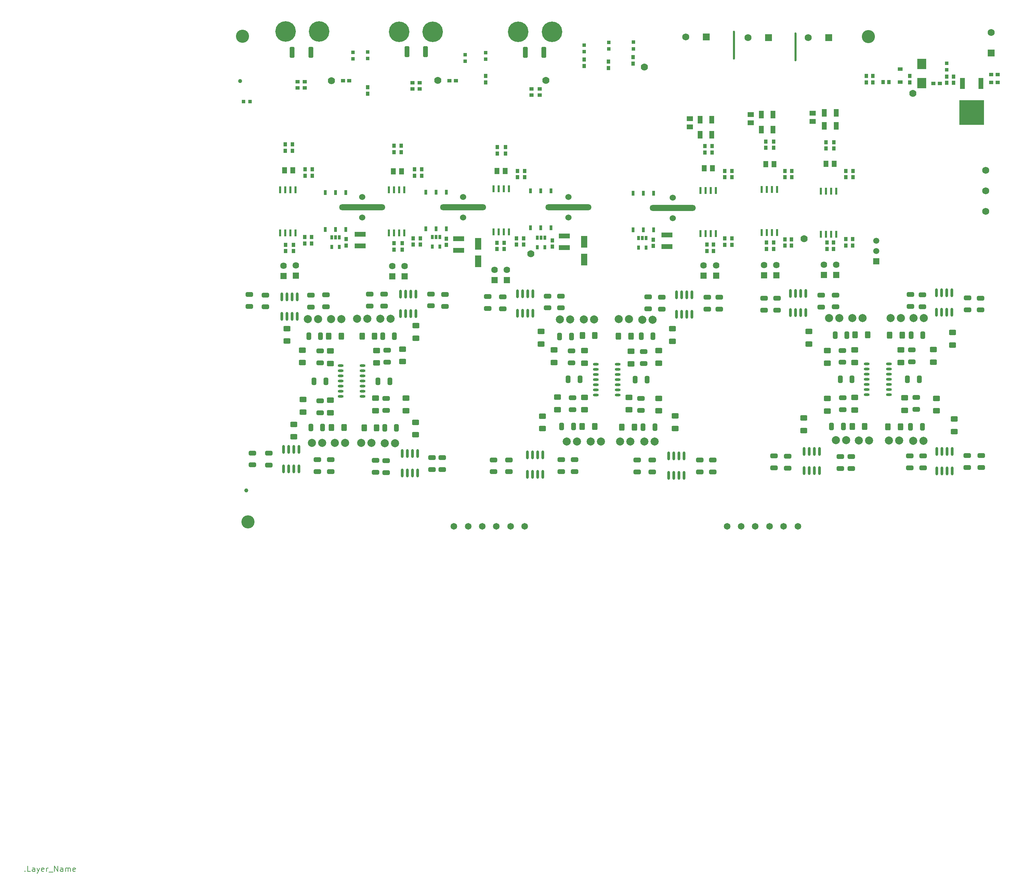
<source format=gbr>
%TF.GenerationSoftware,KiCad,Pcbnew,(5.99.0-10177-gd878cbddbc)*%
%TF.CreationDate,2021-05-11T02:45:32+02:00*%
%TF.ProjectId,TIDA-00555_E2,54494441-2d30-4303-9535-355f45322e6b,rev?*%
%TF.SameCoordinates,Original*%
%TF.FileFunction,Soldermask,Top*%
%TF.FilePolarity,Negative*%
%FSLAX46Y46*%
G04 Gerber Fmt 4.6, Leading zero omitted, Abs format (unit mm)*
G04 Created by KiCad (PCBNEW (5.99.0-10177-gd878cbddbc)) date 2021-05-11 02:45:32*
%MOMM*%
%LPD*%
G01*
G04 APERTURE LIST*
G04 Aperture macros list*
%AMRoundRect*
0 Rectangle with rounded corners*
0 $1 Rounding radius*
0 $2 $3 $4 $5 $6 $7 $8 $9 X,Y pos of 4 corners*
0 Add a 4 corners polygon primitive as box body*
4,1,4,$2,$3,$4,$5,$6,$7,$8,$9,$2,$3,0*
0 Add four circle primitives for the rounded corners*
1,1,$1+$1,$2,$3*
1,1,$1+$1,$4,$5*
1,1,$1+$1,$6,$7*
1,1,$1+$1,$8,$9*
0 Add four rect primitives between the rounded corners*
20,1,$1+$1,$2,$3,$4,$5,0*
20,1,$1+$1,$4,$5,$6,$7,0*
20,1,$1+$1,$6,$7,$8,$9,0*
20,1,$1+$1,$8,$9,$2,$3,0*%
G04 Aperture macros list end*
%ADD10C,0.203200*%
%ADD11R,0.600000X1.800000*%
%ADD12RoundRect,0.249900X-0.362600X-1.075100X0.362600X-1.075100X0.362600X1.075100X-0.362600X1.075100X0*%
%ADD13R,0.939800X0.990600*%
%ADD14R,1.625600X1.625600*%
%ADD15C,1.625600*%
%ADD16O,0.599999X2.200001*%
%ADD17C,1.651000*%
%ADD18RoundRect,0.250000X0.625000X-0.400000X0.625000X0.400000X-0.625000X0.400000X-0.625000X-0.400000X0*%
%ADD19RoundRect,0.250000X0.650000X-0.325000X0.650000X0.325000X-0.650000X0.325000X-0.650000X-0.325000X0*%
%ADD20RoundRect,0.249550X0.650450X-0.325450X0.650450X0.325450X-0.650450X0.325450X-0.650450X-0.325450X0*%
%ADD21RoundRect,0.250000X-0.650000X0.325000X-0.650000X-0.325000X0.650000X-0.325000X0.650000X0.325000X0*%
%ADD22RoundRect,0.249550X-0.650450X0.325450X-0.650450X-0.325450X0.650450X-0.325450X0.650450X0.325450X0*%
%ADD23RoundRect,0.250000X-0.400000X-0.625000X0.400000X-0.625000X0.400000X0.625000X-0.400000X0.625000X0*%
%ADD24R,0.990600X0.939800*%
%ADD25R,1.219200X0.914400*%
%ADD26RoundRect,0.249550X0.325450X0.650450X-0.325450X0.650450X-0.325450X-0.650450X0.325450X-0.650450X0*%
%ADD27RoundRect,0.250000X0.325000X0.650000X-0.325000X0.650000X-0.325000X-0.650000X0.325000X-0.650000X0*%
%ADD28RoundRect,0.250000X-0.325000X-0.650000X0.325000X-0.650000X0.325000X0.650000X-0.325000X0.650000X0*%
%ADD29RoundRect,0.250000X-0.625000X0.400000X-0.625000X-0.400000X0.625000X-0.400000X0.625000X0.400000X0*%
%ADD30R,2.692400X1.295400*%
%ADD31R,0.812800X0.812800*%
%ADD32C,5.080000*%
%ADD33C,1.778000*%
%ADD34RoundRect,0.249600X-0.625400X0.400400X-0.625400X-0.400400X0.625400X-0.400400X0.625400X0.400400X0*%
%ADD35O,0.508000X7.162800*%
%ADD36C,2.000000*%
%ADD37R,1.295400X1.828800*%
%ADD38RoundRect,0.250000X0.400000X0.625000X-0.400000X0.625000X-0.400000X-0.625000X0.400000X-0.625000X0*%
%ADD39O,11.430000X1.498600*%
%ADD40C,3.251200*%
%ADD41R,1.727200X1.727200*%
%ADD42C,1.727200*%
%ADD43R,0.635000X1.270000*%
%ADD44RoundRect,0.249600X0.625400X-0.400400X0.625400X0.400400X-0.625400X0.400400X-0.625400X-0.400400X0*%
%ADD45R,0.635000X1.092200*%
%ADD46C,0.990600*%
%ADD47R,1.270000X1.600200*%
%ADD48C,1.524000*%
%ADD49R,1.600200X1.270000*%
%ADD50R,1.498600X1.498600*%
%ADD51C,1.498600*%
%ADD52C,1.752600*%
%ADD53O,1.450000X0.599999*%
%ADD54R,1.574800X2.997200*%
%ADD55R,2.286000X2.540000*%
%ADD56R,1.193800X2.794000*%
%ADD57R,6.096000X6.096000*%
G04 APERTURE END LIST*
D10*
X27628508Y-229054572D02*
X27695274Y-229118048D01*
X27628508Y-229181524D01*
X27561742Y-229118048D01*
X27628508Y-229054572D01*
X27628508Y-229181524D01*
X28963822Y-229181524D02*
X28296165Y-229181524D01*
X28296165Y-227848532D01*
X30032074Y-229181524D02*
X30032074Y-228483290D01*
X29965308Y-228356338D01*
X29831777Y-228292862D01*
X29564714Y-228292862D01*
X29431182Y-228356338D01*
X30032074Y-229118048D02*
X29898542Y-229181524D01*
X29564714Y-229181524D01*
X29431182Y-229118048D01*
X29364417Y-228991096D01*
X29364417Y-228864145D01*
X29431182Y-228737193D01*
X29564714Y-228673717D01*
X29898542Y-228673717D01*
X30032074Y-228610241D01*
X30566200Y-228292862D02*
X30900028Y-229181524D01*
X31233857Y-228292862D02*
X30900028Y-229181524D01*
X30766497Y-229498903D01*
X30699731Y-229562379D01*
X30566200Y-229625854D01*
X32302108Y-229118048D02*
X32168577Y-229181524D01*
X31901514Y-229181524D01*
X31767982Y-229118048D01*
X31701217Y-228991096D01*
X31701217Y-228483290D01*
X31767982Y-228356338D01*
X31901514Y-228292862D01*
X32168577Y-228292862D01*
X32302108Y-228356338D01*
X32368874Y-228483290D01*
X32368874Y-228610241D01*
X31701217Y-228737193D01*
X32969765Y-229181524D02*
X32969765Y-228292862D01*
X32969765Y-228546766D02*
X33036531Y-228419814D01*
X33103297Y-228356338D01*
X33236828Y-228292862D01*
X33370360Y-228292862D01*
X33503891Y-229308475D02*
X34572142Y-229308475D01*
X34905971Y-229181524D02*
X34905971Y-227848532D01*
X35707160Y-229181524D01*
X35707160Y-227848532D01*
X36975708Y-229181524D02*
X36975708Y-228483290D01*
X36908942Y-228356338D01*
X36775411Y-228292862D01*
X36508348Y-228292862D01*
X36374817Y-228356338D01*
X36975708Y-229118048D02*
X36842177Y-229181524D01*
X36508348Y-229181524D01*
X36374817Y-229118048D01*
X36308051Y-228991096D01*
X36308051Y-228864145D01*
X36374817Y-228737193D01*
X36508348Y-228673717D01*
X36842177Y-228673717D01*
X36975708Y-228610241D01*
X37643365Y-229181524D02*
X37643365Y-228292862D01*
X37643365Y-228419814D02*
X37710131Y-228356338D01*
X37843662Y-228292862D01*
X38043960Y-228292862D01*
X38177491Y-228356338D01*
X38244257Y-228483290D01*
X38244257Y-229181524D01*
X38244257Y-228483290D02*
X38311022Y-228356338D01*
X38444554Y-228292862D01*
X38644851Y-228292862D01*
X38778382Y-228356338D01*
X38845148Y-228483290D01*
X38845148Y-229181524D01*
X40046931Y-229118048D02*
X39913400Y-229181524D01*
X39646337Y-229181524D01*
X39512805Y-229118048D01*
X39446040Y-228991096D01*
X39446040Y-228483290D01*
X39512805Y-228356338D01*
X39646337Y-228292862D01*
X39913400Y-228292862D01*
X40046931Y-228356338D01*
X40113697Y-228483290D01*
X40113697Y-228610241D01*
X39446040Y-228737193D01*
X27628508Y-229054572D02*
X27695274Y-229118048D01*
X27628508Y-229181524D01*
X27561742Y-229118048D01*
X27628508Y-229054572D01*
X27628508Y-229181524D01*
X28963822Y-229181524D02*
X28296165Y-229181524D01*
X28296165Y-227848532D01*
X30032074Y-229181524D02*
X30032074Y-228483290D01*
X29965308Y-228356338D01*
X29831777Y-228292862D01*
X29564714Y-228292862D01*
X29431182Y-228356338D01*
X30032074Y-229118048D02*
X29898542Y-229181524D01*
X29564714Y-229181524D01*
X29431182Y-229118048D01*
X29364417Y-228991096D01*
X29364417Y-228864145D01*
X29431182Y-228737193D01*
X29564714Y-228673717D01*
X29898542Y-228673717D01*
X30032074Y-228610241D01*
X30566200Y-228292862D02*
X30900028Y-229181524D01*
X31233857Y-228292862D02*
X30900028Y-229181524D01*
X30766497Y-229498903D01*
X30699731Y-229562379D01*
X30566200Y-229625854D01*
X32302108Y-229118048D02*
X32168577Y-229181524D01*
X31901514Y-229181524D01*
X31767982Y-229118048D01*
X31701217Y-228991096D01*
X31701217Y-228483290D01*
X31767982Y-228356338D01*
X31901514Y-228292862D01*
X32168577Y-228292862D01*
X32302108Y-228356338D01*
X32368874Y-228483290D01*
X32368874Y-228610241D01*
X31701217Y-228737193D01*
X32969765Y-229181524D02*
X32969765Y-228292862D01*
X32969765Y-228546766D02*
X33036531Y-228419814D01*
X33103297Y-228356338D01*
X33236828Y-228292862D01*
X33370360Y-228292862D01*
X33503891Y-229308475D02*
X34572142Y-229308475D01*
X34905971Y-229181524D02*
X34905971Y-227848532D01*
X35707160Y-229181524D01*
X35707160Y-227848532D01*
X36975708Y-229181524D02*
X36975708Y-228483290D01*
X36908942Y-228356338D01*
X36775411Y-228292862D01*
X36508348Y-228292862D01*
X36374817Y-228356338D01*
X36975708Y-229118048D02*
X36842177Y-229181524D01*
X36508348Y-229181524D01*
X36374817Y-229118048D01*
X36308051Y-228991096D01*
X36308051Y-228864145D01*
X36374817Y-228737193D01*
X36508348Y-228673717D01*
X36842177Y-228673717D01*
X36975708Y-228610241D01*
X37643365Y-229181524D02*
X37643365Y-228292862D01*
X37643365Y-228419814D02*
X37710131Y-228356338D01*
X37843662Y-228292862D01*
X38043960Y-228292862D01*
X38177491Y-228356338D01*
X38244257Y-228483290D01*
X38244257Y-229181524D01*
X38244257Y-228483290D02*
X38311022Y-228356338D01*
X38444554Y-228292862D01*
X38644851Y-228292862D01*
X38778382Y-228356338D01*
X38845148Y-228483290D01*
X38845148Y-229181524D01*
X40046931Y-229118048D02*
X39913400Y-229181524D01*
X39646337Y-229181524D01*
X39512805Y-229118048D01*
X39446040Y-228991096D01*
X39446040Y-228483290D01*
X39512805Y-228356338D01*
X39646337Y-228292862D01*
X39913400Y-228292862D01*
X40046931Y-228356338D01*
X40113697Y-228483290D01*
X40113697Y-228610241D01*
X39446040Y-228737193D01*
X27628508Y-229054572D02*
X27695274Y-229118048D01*
X27628508Y-229181524D01*
X27561742Y-229118048D01*
X27628508Y-229054572D01*
X27628508Y-229181524D01*
X28963822Y-229181524D02*
X28296165Y-229181524D01*
X28296165Y-227848532D01*
X30032074Y-229181524D02*
X30032074Y-228483290D01*
X29965308Y-228356338D01*
X29831777Y-228292862D01*
X29564714Y-228292862D01*
X29431182Y-228356338D01*
X30032074Y-229118048D02*
X29898542Y-229181524D01*
X29564714Y-229181524D01*
X29431182Y-229118048D01*
X29364417Y-228991096D01*
X29364417Y-228864145D01*
X29431182Y-228737193D01*
X29564714Y-228673717D01*
X29898542Y-228673717D01*
X30032074Y-228610241D01*
X30566200Y-228292862D02*
X30900028Y-229181524D01*
X31233857Y-228292862D02*
X30900028Y-229181524D01*
X30766497Y-229498903D01*
X30699731Y-229562379D01*
X30566200Y-229625854D01*
X32302108Y-229118048D02*
X32168577Y-229181524D01*
X31901514Y-229181524D01*
X31767982Y-229118048D01*
X31701217Y-228991096D01*
X31701217Y-228483290D01*
X31767982Y-228356338D01*
X31901514Y-228292862D01*
X32168577Y-228292862D01*
X32302108Y-228356338D01*
X32368874Y-228483290D01*
X32368874Y-228610241D01*
X31701217Y-228737193D01*
X32969765Y-229181524D02*
X32969765Y-228292862D01*
X32969765Y-228546766D02*
X33036531Y-228419814D01*
X33103297Y-228356338D01*
X33236828Y-228292862D01*
X33370360Y-228292862D01*
X33503891Y-229308475D02*
X34572142Y-229308475D01*
X34905971Y-229181524D02*
X34905971Y-227848532D01*
X35707160Y-229181524D01*
X35707160Y-227848532D01*
X36975708Y-229181524D02*
X36975708Y-228483290D01*
X36908942Y-228356338D01*
X36775411Y-228292862D01*
X36508348Y-228292862D01*
X36374817Y-228356338D01*
X36975708Y-229118048D02*
X36842177Y-229181524D01*
X36508348Y-229181524D01*
X36374817Y-229118048D01*
X36308051Y-228991096D01*
X36308051Y-228864145D01*
X36374817Y-228737193D01*
X36508348Y-228673717D01*
X36842177Y-228673717D01*
X36975708Y-228610241D01*
X37643365Y-229181524D02*
X37643365Y-228292862D01*
X37643365Y-228419814D02*
X37710131Y-228356338D01*
X37843662Y-228292862D01*
X38043960Y-228292862D01*
X38177491Y-228356338D01*
X38244257Y-228483290D01*
X38244257Y-229181524D01*
X38244257Y-228483290D02*
X38311022Y-228356338D01*
X38444554Y-228292862D01*
X38644851Y-228292862D01*
X38778382Y-228356338D01*
X38845148Y-228483290D01*
X38845148Y-229181524D01*
X40046931Y-229118048D02*
X39913400Y-229181524D01*
X39646337Y-229181524D01*
X39512805Y-229118048D01*
X39446040Y-228991096D01*
X39446040Y-228483290D01*
X39512805Y-228356338D01*
X39646337Y-228292862D01*
X39913400Y-228292862D01*
X40046931Y-228356338D01*
X40113697Y-228483290D01*
X40113697Y-228610241D01*
X39446040Y-228737193D01*
D11*
%TO.C,U1*%
X94615000Y-60462100D03*
X93345000Y-60462100D03*
X92075000Y-60462100D03*
X90805000Y-60462100D03*
X90805000Y-71122100D03*
X92075000Y-71122100D03*
X93345000Y-71122100D03*
X94615000Y-71122100D03*
%TD*%
%TO.C,U14*%
X228422200Y-60766900D03*
X227152200Y-60766900D03*
X225882200Y-60766900D03*
X224612200Y-60766900D03*
X224612200Y-71426900D03*
X225882200Y-71426900D03*
X227152200Y-71426900D03*
X228422200Y-71426900D03*
%TD*%
%TO.C,U12*%
X213791800Y-60309700D03*
X212521800Y-60309700D03*
X211251800Y-60309700D03*
X209981800Y-60309700D03*
X209981800Y-70969700D03*
X211251800Y-70969700D03*
X212521800Y-70969700D03*
X213791800Y-70969700D03*
%TD*%
%TO.C,U11*%
X198653400Y-60563700D03*
X197383400Y-60563700D03*
X196113400Y-60563700D03*
X194843400Y-60563700D03*
X194843400Y-71223700D03*
X196113400Y-71223700D03*
X197383400Y-71223700D03*
X198653400Y-71223700D03*
%TD*%
%TO.C,U5*%
X147447000Y-60157300D03*
X146177000Y-60157300D03*
X144907000Y-60157300D03*
X143637000Y-60157300D03*
X143637000Y-70817300D03*
X144907000Y-70817300D03*
X146177000Y-70817300D03*
X147447000Y-70817300D03*
%TD*%
%TO.C,U3*%
X121539000Y-60411300D03*
X120269000Y-60411300D03*
X118999000Y-60411300D03*
X117729000Y-60411300D03*
X117729000Y-71071300D03*
X118999000Y-71071300D03*
X120269000Y-71071300D03*
X121539000Y-71071300D03*
%TD*%
D12*
%TO.C,R1*%
X93750300Y-26365200D03*
X98375300Y-26365200D03*
%TD*%
%TO.C,R9*%
X122147500Y-26212800D03*
X126772500Y-26212800D03*
%TD*%
%TO.C,R22*%
X156084100Y-26416000D03*
X151459100Y-26416000D03*
%TD*%
D13*
%TO.C,R4*%
X93786800Y-49199800D03*
X93786800Y-50774600D03*
%TD*%
D14*
%TO.C,J26*%
X228432200Y-81534000D03*
D15*
X228432200Y-78994000D03*
%TD*%
D13*
%TO.C,C43*%
X217459400Y-55727600D03*
X217459400Y-57302400D03*
%TD*%
D16*
%TO.C,U31*%
X153369400Y-86195200D03*
X152099400Y-86195200D03*
X150829400Y-86195200D03*
X149559400Y-86195200D03*
X149559400Y-90995200D03*
X150829400Y-90995200D03*
X152099400Y-90995200D03*
X153369400Y-90995200D03*
%TD*%
D17*
%TO.C,J8*%
X133794797Y-143771600D03*
X137294800Y-143771600D03*
X140794801Y-143771600D03*
X144294802Y-143771600D03*
X147794802Y-143771600D03*
X151294803Y-143771600D03*
%TD*%
D18*
%TO.C,R109*%
X184505600Y-103353200D03*
X184505600Y-100253200D03*
%TD*%
D16*
%TO.C,U29*%
X120980200Y-130517600D03*
X122250200Y-130517600D03*
X123520200Y-130517600D03*
X124790200Y-130517600D03*
X124790200Y-125717600D03*
X123520200Y-125717600D03*
X122250200Y-125717600D03*
X120980200Y-125717600D03*
%TD*%
D14*
%TO.C,J27*%
X225384200Y-81508600D03*
D15*
X225384200Y-78968600D03*
%TD*%
D19*
%TO.C,C196*%
X199491600Y-89949200D03*
D20*
X199491600Y-86999200D03*
%TD*%
D21*
%TO.C,C24*%
X100634800Y-112672600D03*
D22*
X100634800Y-115622600D03*
%TD*%
D18*
%TO.C,R30*%
X96266000Y-103200800D03*
X96266000Y-100100800D03*
%TD*%
D19*
%TO.C,C210*%
X224739200Y-89460600D03*
D20*
X224739200Y-86510600D03*
%TD*%
D18*
%TO.C,R113*%
X184454800Y-115138800D03*
X184454800Y-112038800D03*
%TD*%
D23*
%TO.C,R50*%
X111581600Y-119380000D03*
X114681600Y-119380000D03*
%TD*%
D24*
%TO.C,FB10*%
X254050800Y-34061400D03*
X252476000Y-34061400D03*
%TD*%
D25*
%TO.C,D13*%
X244246400Y-33782000D03*
X244246400Y-30530800D03*
%TD*%
D19*
%TO.C,C222*%
X260828000Y-129135400D03*
D20*
X260828000Y-126185400D03*
%TD*%
D24*
%TO.C,FB6*%
X155051600Y-35458400D03*
X155051600Y-36931600D03*
%TD*%
D26*
%TO.C,C186*%
X117959400Y-107848400D03*
D27*
X115009400Y-107848400D03*
%TD*%
D19*
%TO.C,C223*%
X264363200Y-129186200D03*
D20*
X264363200Y-126236200D03*
%TD*%
D28*
%TO.C,C22*%
X97839000Y-96672400D03*
X100789000Y-96672400D03*
%TD*%
D13*
%TO.C,C31*%
X98739800Y-55346600D03*
X98739800Y-56921400D03*
%TD*%
D29*
%TO.C,R112*%
X188518800Y-116407600D03*
X188518800Y-119507600D03*
%TD*%
%TO.C,R42*%
X121056400Y-99846800D03*
X121056400Y-102946800D03*
%TD*%
D21*
%TO.C,C215*%
X246786400Y-86360000D03*
D22*
X246786400Y-89310000D03*
%TD*%
D30*
%TO.C,C25*%
X161096800Y-74726800D03*
X161096800Y-71831200D03*
%TD*%
D31*
%TO.C,D2*%
X108772800Y-27990800D03*
X108772800Y-26365200D03*
%TD*%
D18*
%TO.C,R46*%
X124307600Y-121082400D03*
X124307600Y-117982400D03*
%TD*%
D32*
%TO.C,TP7*%
X149666800Y-21336000D03*
%TD*%
D31*
%TO.C,D6*%
X166049800Y-26212800D03*
X166049800Y-24587200D03*
%TD*%
D33*
%TO.C,TP16*%
X180898800Y-30022800D03*
%TD*%
D29*
%TO.C,R48*%
X121920000Y-111988000D03*
X121920000Y-115088000D03*
%TD*%
D21*
%TO.C,C213*%
X213817200Y-87272600D03*
D22*
X213817200Y-90222600D03*
%TD*%
D34*
%TO.C,R110*%
X177596800Y-100405600D03*
D29*
X177596800Y-103505600D03*
%TD*%
D21*
%TO.C,C204*%
X179158900Y-127290300D03*
D22*
X179158900Y-130240300D03*
%TD*%
D13*
%TO.C,C56*%
X151038400Y-72415400D03*
X151038400Y-73990200D03*
%TD*%
%TO.C,C62*%
X217383200Y-72669400D03*
X217383200Y-74244200D03*
%TD*%
D32*
%TO.C,TP8*%
X158048800Y-21336000D03*
%TD*%
D19*
%TO.C,C202*%
X197904100Y-130291100D03*
D20*
X197904100Y-127341100D03*
%TD*%
D35*
%TO.C,*%
X218399200Y-25069800D03*
%TD*%
D36*
%TO.C,TP29*%
X234950000Y-92202000D03*
X232410000Y-92202000D03*
%TD*%
D14*
%TO.C,J20*%
X146923600Y-82778600D03*
D15*
X146923600Y-80238600D03*
%TD*%
D13*
%TO.C,R76*%
X255803400Y-32385000D03*
X255803400Y-33959800D03*
%TD*%
D33*
%TO.C,TP17*%
X220472000Y-72542400D03*
%TD*%
D13*
%TO.C,C38*%
X151292400Y-55727600D03*
X151292400Y-57302400D03*
%TD*%
D37*
%TO.C,R72*%
X209890200Y-41808400D03*
X212785800Y-41808400D03*
%TD*%
D30*
%TO.C,C14*%
X134934800Y-75438000D03*
X134934800Y-72542400D03*
%TD*%
D14*
%TO.C,J21*%
X143875600Y-82778600D03*
D15*
X143875600Y-80238600D03*
%TD*%
D36*
%TO.C,TP21*%
X168452800Y-92506800D03*
X165912800Y-92506800D03*
%TD*%
D13*
%TO.C,C5*%
X107121800Y-74193400D03*
X107121800Y-72618600D03*
%TD*%
%TO.C,R26*%
X146593400Y-49860200D03*
X146593400Y-51435000D03*
%TD*%
%TO.C,R57*%
X178140200Y-27584400D03*
X178140200Y-29159200D03*
%TD*%
D36*
%TO.C,TP15*%
X104343200Y-123088400D03*
X106883200Y-123088400D03*
%TD*%
D38*
%TO.C,R111*%
X177622800Y-96672400D03*
X174522800Y-96672400D03*
%TD*%
D13*
%TO.C,C8*%
X149539800Y-57302400D03*
X149539800Y-55727600D03*
%TD*%
D39*
%TO.C,*%
X111058800Y-64770000D03*
%TD*%
D37*
%TO.C,R84*%
X225511200Y-44627800D03*
X228406800Y-44627800D03*
%TD*%
D23*
%TO.C,R131*%
X241680400Y-96367600D03*
X244780400Y-96367600D03*
%TD*%
D40*
%TO.C,MH2*%
X82829400Y-142595600D03*
%TD*%
D36*
%TO.C,TP33*%
X236524800Y-122478800D03*
X233984800Y-122478800D03*
%TD*%
D27*
%TO.C,C207*%
X165000200Y-107340400D03*
D26*
X162050200Y-107340400D03*
%TD*%
D29*
%TO.C,R129*%
X252476000Y-99999200D03*
X252476000Y-103099200D03*
%TD*%
D13*
%TO.C,C3*%
X124012800Y-56921400D03*
X124012800Y-55346600D03*
%TD*%
D29*
%TO.C,R36*%
X103225600Y-112496000D03*
D34*
X103225600Y-115596000D03*
%TD*%
D18*
%TO.C,R38*%
X124409200Y-97155600D03*
X124409200Y-94055600D03*
%TD*%
D40*
%TO.C,MH3*%
X236433200Y-22529800D03*
%TD*%
D41*
%TO.C,J15*%
X211693600Y-22758400D03*
D42*
X206613600Y-22758400D03*
%TD*%
D29*
%TO.C,R132*%
X220421200Y-116915600D03*
X220421200Y-120015600D03*
%TD*%
D21*
%TO.C,C212*%
X210566000Y-87272600D03*
D22*
X210566000Y-90222600D03*
%TD*%
D36*
%TO.C,TP22*%
X167640000Y-122732800D03*
X170180000Y-122732800D03*
%TD*%
D13*
%TO.C,C64*%
X215706800Y-74244200D03*
X215706800Y-72669400D03*
%TD*%
D19*
%TO.C,C216*%
X260961400Y-90121000D03*
D20*
X260961400Y-87171000D03*
%TD*%
D27*
%TO.C,C227*%
X232359200Y-107289600D03*
D26*
X229409200Y-107289600D03*
%TD*%
D13*
%TO.C,C52*%
X235864400Y-33832800D03*
X235864400Y-32258000D03*
%TD*%
D36*
%TO.C,TP23*%
X164287200Y-122732800D03*
X161747200Y-122732800D03*
%TD*%
D43*
%TO.C,T2*%
X126806800Y-70104000D03*
X129346800Y-70104000D03*
X131886800Y-70104000D03*
X131886800Y-60985400D03*
X129346800Y-60985400D03*
X126806800Y-60985400D03*
%TD*%
D14*
%TO.C,J11*%
X91602400Y-81737200D03*
D15*
X91602400Y-79197200D03*
%TD*%
D44*
%TO.C,R122*%
X166116000Y-114884800D03*
D18*
X166116000Y-111784800D03*
%TD*%
D21*
%TO.C,C164*%
X248208800Y-111809000D03*
D22*
X248208800Y-114759000D03*
%TD*%
D21*
%TO.C,C48*%
X163169600Y-111910600D03*
D22*
X163169600Y-114860600D03*
%TD*%
D30*
%TO.C,C50*%
X186547600Y-74472800D03*
X186547600Y-71577200D03*
%TD*%
D19*
%TO.C,C35*%
X117246400Y-103075000D03*
D20*
X117246400Y-100125000D03*
%TD*%
D27*
%TO.C,C29*%
X101297000Y-119227600D03*
X98347000Y-119227600D03*
%TD*%
D13*
%TO.C,C19*%
X230819800Y-57302400D03*
X230819800Y-55727600D03*
%TD*%
D19*
%TO.C,C191*%
X157001600Y-89663800D03*
D20*
X157001600Y-86713800D03*
%TD*%
D40*
%TO.C,MH1*%
X81493200Y-22402800D03*
%TD*%
D24*
%TO.C,C66*%
X266827000Y-33807400D03*
X268401800Y-33807400D03*
%TD*%
D43*
%TO.C,T1*%
X101914800Y-70231000D03*
X104454800Y-70231000D03*
X106994800Y-70231000D03*
X106994800Y-61112400D03*
X104454800Y-61112400D03*
X101914800Y-61112400D03*
%TD*%
D24*
%TO.C,FB5*%
X153019600Y-35458400D03*
X153019600Y-36931600D03*
%TD*%
D13*
%TO.C,FB7*%
X241477800Y-33782000D03*
X240004600Y-33782000D03*
%TD*%
D16*
%TO.C,U36*%
X220903800Y-86042800D03*
X219633800Y-86042800D03*
X218363800Y-86042800D03*
X217093800Y-86042800D03*
X217093800Y-90842800D03*
X218363800Y-90842800D03*
X219633800Y-90842800D03*
X220903800Y-90842800D03*
%TD*%
D28*
%TO.C,C41*%
X180592200Y-119176800D03*
X183542200Y-119176800D03*
%TD*%
D19*
%TO.C,C158*%
X229971600Y-103125800D03*
D20*
X229971600Y-100175800D03*
%TD*%
D36*
%TO.C,TP35*%
X247446800Y-122580400D03*
X249986800Y-122580400D03*
%TD*%
D45*
%TO.C,U4*%
X130286600Y-72085200D03*
X129346800Y-72085200D03*
X128407000Y-72085200D03*
X128407000Y-74472800D03*
X130286600Y-74472800D03*
%TD*%
D38*
%TO.C,R115*%
X178486400Y-119176800D03*
X175386400Y-119176800D03*
%TD*%
D45*
%TO.C,U10*%
X181391400Y-72339200D03*
X180451600Y-72339200D03*
X179511800Y-72339200D03*
X179511800Y-74726800D03*
X181391400Y-74726800D03*
%TD*%
D19*
%TO.C,C183*%
X130911600Y-129694200D03*
D20*
X130911600Y-126744200D03*
%TD*%
D21*
%TO.C,C219*%
X213055200Y-126303500D03*
D22*
X213055200Y-129253500D03*
%TD*%
D46*
%TO.C,FID1*%
X80832800Y-33528000D03*
%TD*%
D13*
%TO.C,R12*%
X118932800Y-73634600D03*
X118932800Y-75209400D03*
%TD*%
D46*
%TO.C,FID2*%
X82423000Y-134874000D03*
%TD*%
D17*
%TO.C,J29*%
X201409597Y-143764000D03*
X204909600Y-143764000D03*
X208409601Y-143764000D03*
X211909602Y-143764000D03*
X215409602Y-143764000D03*
X218909603Y-143764000D03*
%TD*%
D21*
%TO.C,C194*%
X181864000Y-86946600D03*
D22*
X181864000Y-89896600D03*
%TD*%
D32*
%TO.C,TP5*%
X128534000Y-21336000D03*
%TD*%
D13*
%TO.C,R3*%
X92135800Y-74015600D03*
X92135800Y-75590400D03*
%TD*%
D45*
%TO.C,U2*%
X105394600Y-72212200D03*
X104454800Y-72212200D03*
X103515000Y-72212200D03*
X103515000Y-74599800D03*
X105394600Y-74599800D03*
%TD*%
D16*
%TO.C,U33*%
X192709800Y-86398400D03*
X191439800Y-86398400D03*
X190169800Y-86398400D03*
X188899800Y-86398400D03*
X188899800Y-91198400D03*
X190169800Y-91198400D03*
X191439800Y-91198400D03*
X192709800Y-91198400D03*
%TD*%
D14*
%TO.C,J18*%
X121599800Y-81838800D03*
D15*
X121599800Y-79298800D03*
%TD*%
D36*
%TO.C,TP53*%
X113385600Y-123088400D03*
X110845600Y-123088400D03*
%TD*%
D27*
%TO.C,C37*%
X119585000Y-119380000D03*
X116635000Y-119380000D03*
%TD*%
D39*
%TO.C,*%
X136077800Y-64770000D03*
%TD*%
D13*
%TO.C,C70*%
X230845200Y-74218800D03*
X230845200Y-72644000D03*
%TD*%
D16*
%TO.C,U28*%
X124354200Y-86246000D03*
X123084200Y-86246000D03*
X121814200Y-86246000D03*
X120544200Y-86246000D03*
X120544200Y-91046000D03*
X121814200Y-91046000D03*
X123084200Y-91046000D03*
X124354200Y-91046000D03*
%TD*%
D19*
%TO.C,C197*%
X196545200Y-89949200D03*
D20*
X196545200Y-86999200D03*
%TD*%
D14*
%TO.C,J22*%
X198688800Y-81661000D03*
D15*
X198688800Y-79121000D03*
%TD*%
D47*
%TO.C,C2*%
X93913800Y-55575200D03*
X91881800Y-55575200D03*
%TD*%
D36*
%TO.C,TP31*%
X247548400Y-92151200D03*
X250088400Y-92151200D03*
%TD*%
D14*
%TO.C,J23*%
X195615400Y-81686400D03*
D15*
X195615400Y-79146400D03*
%TD*%
D13*
%TO.C,R86*%
X225917600Y-48615600D03*
X225917600Y-50190400D03*
%TD*%
D31*
%TO.C,D11*%
X178191000Y-25501600D03*
X178191000Y-23876000D03*
%TD*%
D18*
%TO.C,R118*%
X166116000Y-103353200D03*
D44*
X166116000Y-100253200D03*
%TD*%
D47*
%TO.C,C61*%
X213039800Y-54076600D03*
X211007800Y-54076600D03*
%TD*%
D16*
%TO.C,U37*%
X257024400Y-85941200D03*
X255754400Y-85941200D03*
X254484400Y-85941200D03*
X253214400Y-85941200D03*
X253214400Y-90741200D03*
X254484400Y-90741200D03*
X255754400Y-90741200D03*
X257024400Y-90741200D03*
%TD*%
D14*
%TO.C,J25*%
X210550600Y-81584800D03*
D15*
X210550600Y-79044800D03*
%TD*%
D13*
%TO.C,C54*%
X125460600Y-72415400D03*
X125460600Y-73990200D03*
%TD*%
D18*
%TO.C,R125*%
X226263200Y-103353200D03*
X226263200Y-100253200D03*
%TD*%
D47*
%TO.C,C9*%
X120863200Y-55880000D03*
X118831200Y-55880000D03*
%TD*%
D13*
%TO.C,R7*%
X112455800Y-35026600D03*
X112455800Y-36601400D03*
%TD*%
D30*
%TO.C,C6*%
X110550800Y-74345800D03*
X110550800Y-71450200D03*
%TD*%
D21*
%TO.C,C225*%
X249936000Y-126287000D03*
D22*
X249936000Y-129237000D03*
%TD*%
D26*
%TO.C,C206*%
X181611800Y-107442000D03*
D27*
X178661800Y-107442000D03*
%TD*%
D34*
%TO.C,R126*%
X232968800Y-100050000D03*
D29*
X232968800Y-103150000D03*
%TD*%
D19*
%TO.C,C200*%
X160354400Y-130177400D03*
D20*
X160354400Y-127227400D03*
%TD*%
D23*
%TO.C,R139*%
X241223200Y-119126000D03*
X244323200Y-119126000D03*
%TD*%
D36*
%TO.C,TP52*%
X119176800Y-123139200D03*
X116636800Y-123139200D03*
%TD*%
D21*
%TO.C,C172*%
X83180800Y-86358200D03*
D22*
X83180800Y-89308200D03*
%TD*%
D33*
%TO.C,TP6*%
X129829400Y-33324800D03*
%TD*%
D48*
%TO.C,C51*%
X187944600Y-67437000D03*
X187944600Y-62357000D03*
%TD*%
D13*
%TO.C,C11*%
X200847800Y-57302400D03*
X200847800Y-55727600D03*
%TD*%
%TO.C,R5*%
X94040800Y-74015600D03*
X94040800Y-75590400D03*
%TD*%
D16*
%TO.C,U38*%
X220497400Y-129958800D03*
X221767400Y-129958800D03*
X223037400Y-129958800D03*
X224307400Y-129958800D03*
X224307400Y-125158800D03*
X223037400Y-125158800D03*
X221767400Y-125158800D03*
X220497400Y-125158800D03*
%TD*%
D18*
%TO.C,R116*%
X155346400Y-98578000D03*
X155346400Y-95478000D03*
%TD*%
D13*
%TO.C,C45*%
X98587400Y-72110600D03*
X98587400Y-73685400D03*
%TD*%
D19*
%TO.C,C220*%
X229463600Y-129440200D03*
D20*
X229463600Y-126490200D03*
%TD*%
D21*
%TO.C,C156*%
X180086000Y-112063000D03*
D22*
X180086000Y-115013000D03*
%TD*%
D16*
%TO.C,U26*%
X94970600Y-86906400D03*
X93700600Y-86906400D03*
X92430600Y-86906400D03*
X91160600Y-86906400D03*
X91160600Y-91706400D03*
X92430600Y-91706400D03*
X93700600Y-91706400D03*
X94970600Y-91706400D03*
%TD*%
D19*
%TO.C,C170*%
X98399600Y-89460600D03*
D20*
X98399600Y-86510600D03*
%TD*%
D29*
%TO.C,R114*%
X177088800Y-111784800D03*
D34*
X177088800Y-114884800D03*
%TD*%
D35*
%TO.C,*%
X203108400Y-24638000D03*
%TD*%
D13*
%TO.C,R77*%
X212912800Y-48463200D03*
X212912800Y-50038000D03*
%TD*%
D24*
%TO.C,C65*%
X266827000Y-31902400D03*
X268401800Y-31902400D03*
%TD*%
D13*
%TO.C,R55*%
X172018800Y-28676600D03*
X172018800Y-30251400D03*
%TD*%
D19*
%TO.C,C40*%
X162864800Y-103278200D03*
D20*
X162864800Y-100328200D03*
%TD*%
D13*
%TO.C,C13*%
X131886800Y-74066400D03*
X131886800Y-72491600D03*
%TD*%
D21*
%TO.C,C214*%
X249783600Y-86409000D03*
D22*
X249783600Y-89359000D03*
%TD*%
D21*
%TO.C,C224*%
X246634000Y-126287000D03*
D22*
X246634000Y-129237000D03*
%TD*%
D49*
%TO.C,R59*%
X192211800Y-42849800D03*
X192211800Y-44881800D03*
%TD*%
D31*
%TO.C,D1*%
X81671000Y-38608000D03*
X83296600Y-38608000D03*
%TD*%
D16*
%TO.C,U32*%
X151968200Y-130822400D03*
X153238200Y-130822400D03*
X154508200Y-130822400D03*
X155778200Y-130822400D03*
X155778200Y-126022400D03*
X154508200Y-126022400D03*
X153238200Y-126022400D03*
X151968200Y-126022400D03*
%TD*%
D13*
%TO.C,C1*%
X96961800Y-56921400D03*
X96961800Y-55346600D03*
%TD*%
%TO.C,R65*%
X197672800Y-49606200D03*
X197672800Y-51181000D03*
%TD*%
D16*
%TO.C,U39*%
X253284200Y-130009600D03*
X254554200Y-130009600D03*
X255824200Y-130009600D03*
X257094200Y-130009600D03*
X257094200Y-125209600D03*
X255824200Y-125209600D03*
X254554200Y-125209600D03*
X253284200Y-125209600D03*
%TD*%
D48*
%TO.C,C7*%
X111058800Y-67310000D03*
X111058800Y-62230000D03*
%TD*%
D19*
%TO.C,C211*%
X228295200Y-89409800D03*
D20*
X228295200Y-86459800D03*
%TD*%
D24*
%TO.C,FB4*%
X125333600Y-33934400D03*
X125333600Y-35407600D03*
%TD*%
D19*
%TO.C,C171*%
X102108000Y-89359000D03*
D20*
X102108000Y-86409000D03*
%TD*%
D24*
%TO.C,FB2*%
X96885600Y-33680400D03*
X96885600Y-35153600D03*
%TD*%
D13*
%TO.C,R23*%
X144459800Y-73507600D03*
X144459800Y-75082400D03*
%TD*%
D36*
%TO.C,TP26*%
X174955200Y-122732800D03*
X177495200Y-122732800D03*
%TD*%
D27*
%TO.C,C155*%
X162917400Y-96723200D03*
X159967400Y-96723200D03*
%TD*%
D31*
%TO.C,D4*%
X136585800Y-28625800D03*
X136585800Y-27000200D03*
%TD*%
D13*
%TO.C,R15*%
X120964800Y-73634600D03*
X120964800Y-75209400D03*
%TD*%
D21*
%TO.C,C184*%
X114350800Y-127404600D03*
D22*
X114350800Y-130354600D03*
%TD*%
D14*
%TO.C,J10*%
X94650400Y-81686400D03*
D15*
X94650400Y-79146400D03*
%TD*%
D19*
%TO.C,C180*%
X100025200Y-130151400D03*
D20*
X100025200Y-127201400D03*
%TD*%
D23*
%TO.C,R123*%
X165531200Y-119024400D03*
X168631200Y-119024400D03*
%TD*%
D13*
%TO.C,R74*%
X211007800Y-48463200D03*
X211007800Y-50038000D03*
%TD*%
D14*
%TO.C,J19*%
X118577200Y-81813400D03*
D15*
X118577200Y-79273400D03*
%TD*%
D21*
%TO.C,C199*%
X143590400Y-127278200D03*
D22*
X143590400Y-130228200D03*
%TD*%
D47*
%TO.C,C55*%
X197799800Y-55092600D03*
X195767800Y-55092600D03*
%TD*%
D21*
%TO.C,C205*%
X182867300Y-127290300D03*
D22*
X182867300Y-130240300D03*
%TD*%
D36*
%TO.C,TP11*%
X100177600Y-92456000D03*
X97637600Y-92456000D03*
%TD*%
D37*
%TO.C,R85*%
X225511200Y-41402000D03*
X228406800Y-41402000D03*
%TD*%
D19*
%TO.C,C177*%
X131542400Y-89257400D03*
D20*
X131542400Y-86307400D03*
%TD*%
D49*
%TO.C,R83*%
X222615600Y-41478200D03*
X222615600Y-43510200D03*
%TD*%
D29*
%TO.C,R134*%
X232968800Y-111809600D03*
D34*
X232968800Y-114909600D03*
%TD*%
D31*
%TO.C,D3*%
X112455800Y-26289000D03*
X112455800Y-27914600D03*
%TD*%
%TO.C,D9*%
X172095000Y-23901400D03*
X172095000Y-25527000D03*
%TD*%
D13*
%TO.C,C53*%
X237515400Y-33832800D03*
X237515400Y-32258000D03*
%TD*%
%TO.C,C58*%
X246659400Y-33832800D03*
X246659400Y-32258000D03*
%TD*%
D36*
%TO.C,TP28*%
X226618800Y-92151200D03*
X229158800Y-92151200D03*
%TD*%
D33*
%TO.C,TP9*%
X152816400Y-76225400D03*
%TD*%
D27*
%TO.C,C163*%
X230227400Y-119024400D03*
X227277400Y-119024400D03*
%TD*%
D13*
%TO.C,C67*%
X232521600Y-72644000D03*
X232521600Y-74218800D03*
%TD*%
D14*
%TO.C,J24*%
X213598600Y-81559400D03*
D15*
X213598600Y-79019400D03*
%TD*%
D36*
%TO.C,TP20*%
X160020000Y-92506800D03*
X162560000Y-92506800D03*
%TD*%
D13*
%TO.C,R63*%
X195894800Y-49606200D03*
X195894800Y-51181000D03*
%TD*%
D29*
%TO.C,R124*%
X221691200Y-95478000D03*
X221691200Y-98578000D03*
%TD*%
D50*
%TO.C,J28*%
X238312800Y-78105000D03*
D51*
X238312800Y-75565000D03*
X238312800Y-73025000D03*
%TD*%
D13*
%TO.C,R64*%
X196402800Y-73990200D03*
X196402800Y-75565000D03*
%TD*%
D18*
%TO.C,R120*%
X155702000Y-119558400D03*
X155702000Y-116458400D03*
%TD*%
D26*
%TO.C,C226*%
X249023400Y-107340400D03*
D27*
X246073400Y-107340400D03*
%TD*%
D13*
%TO.C,R75*%
X211134800Y-73482200D03*
X211134800Y-75057000D03*
%TD*%
D33*
%TO.C,TP10*%
X156575600Y-33350200D03*
%TD*%
D29*
%TO.C,R137*%
X253238000Y-112038800D03*
X253238000Y-115138800D03*
%TD*%
D36*
%TO.C,TP24*%
X180441600Y-92557600D03*
X182981600Y-92557600D03*
%TD*%
%TO.C,TP51*%
X109778800Y-92354400D03*
X112318800Y-92354400D03*
%TD*%
D24*
%TO.C,FB3*%
X123555600Y-33934400D03*
X123555600Y-35407600D03*
%TD*%
D21*
%TO.C,C174*%
X116476000Y-86256600D03*
D22*
X116476000Y-89206600D03*
%TD*%
D38*
%TO.C,R135*%
X235484000Y-119024400D03*
X232384000Y-119024400D03*
%TD*%
D21*
%TO.C,C185*%
X117043200Y-127455400D03*
D22*
X117043200Y-130405400D03*
%TD*%
D19*
%TO.C,C182*%
X128371600Y-129643400D03*
D20*
X128371600Y-126693400D03*
%TD*%
D52*
%TO.C,J30*%
X265430000Y-55626000D03*
X265430000Y-60706000D03*
X265430000Y-65786000D03*
%TD*%
D32*
%TO.C,TP4*%
X120202800Y-21336000D03*
%TD*%
D38*
%TO.C,R32*%
X105893200Y-96672400D03*
X102793200Y-96672400D03*
%TD*%
D29*
%TO.C,R117*%
X158597600Y-100050000D03*
X158597600Y-103150000D03*
%TD*%
D37*
%TO.C,R61*%
X194701000Y-46786800D03*
X197596600Y-46786800D03*
%TD*%
D13*
%TO.C,C12*%
X123733400Y-73990200D03*
X123733400Y-72415400D03*
%TD*%
D19*
%TO.C,C21*%
X100685600Y-103278200D03*
D20*
X100685600Y-100328200D03*
%TD*%
D36*
%TO.C,TP30*%
X244398800Y-92151200D03*
X241858800Y-92151200D03*
%TD*%
D18*
%TO.C,R43*%
X114604800Y-103302400D03*
D44*
X114604800Y-100202400D03*
%TD*%
D16*
%TO.C,U34*%
X186969400Y-131076400D03*
X188239400Y-131076400D03*
X189509400Y-131076400D03*
X190779400Y-131076400D03*
X190779400Y-126276400D03*
X189509400Y-126276400D03*
X188239400Y-126276400D03*
X186969400Y-126276400D03*
%TD*%
D53*
%TO.C,U25*%
X105732999Y-103936800D03*
X105732999Y-105206800D03*
X105732999Y-106476800D03*
X105732999Y-107746800D03*
X105732999Y-109016800D03*
X105732999Y-110286800D03*
X105732999Y-111556800D03*
X111182998Y-111556800D03*
X111182998Y-110286800D03*
X111182998Y-109016800D03*
X111182998Y-107746800D03*
X111182998Y-106476800D03*
X111182998Y-105206800D03*
X111182998Y-103936800D03*
%TD*%
D13*
%TO.C,R66*%
X198053800Y-73990200D03*
X198053800Y-75565000D03*
%TD*%
D18*
%TO.C,R35*%
X96418400Y-115443600D03*
X96418400Y-112343600D03*
%TD*%
D19*
%TO.C,C201*%
X163677600Y-130181000D03*
D20*
X163677600Y-127231000D03*
%TD*%
D21*
%TO.C,C192*%
X145876400Y-86917000D03*
D22*
X145876400Y-89867000D03*
%TD*%
D21*
%TO.C,C173*%
X87092400Y-86459800D03*
D22*
X87092400Y-89409800D03*
%TD*%
D54*
%TO.C,C28*%
X166024400Y-73329800D03*
X166024400Y-77698600D03*
%TD*%
D13*
%TO.C,R25*%
X146237800Y-73507600D03*
X146237800Y-75082400D03*
%TD*%
D32*
%TO.C,TP1*%
X92135800Y-21209000D03*
%TD*%
D37*
%TO.C,R60*%
X194701000Y-43103800D03*
X197596600Y-43103800D03*
%TD*%
D39*
%TO.C,*%
X187944600Y-64897000D03*
%TD*%
D33*
%TO.C,TP3*%
X103438800Y-33401000D03*
%TD*%
D16*
%TO.C,U27*%
X91617800Y-129501600D03*
X92887800Y-129501600D03*
X94157800Y-129501600D03*
X95427800Y-129501600D03*
X95427800Y-124701600D03*
X94157800Y-124701600D03*
X92887800Y-124701600D03*
X91617800Y-124701600D03*
%TD*%
D13*
%TO.C,C49*%
X183118600Y-74320400D03*
X183118600Y-72745600D03*
%TD*%
%TO.C,R24*%
X144561400Y-49860200D03*
X144561400Y-51435000D03*
%TD*%
D47*
%TO.C,C18*%
X146466400Y-55727600D03*
X144434400Y-55727600D03*
%TD*%
D44*
%TO.C,R49*%
X114350800Y-115088000D03*
D18*
X114350800Y-111988000D03*
%TD*%
%TO.C,R130*%
X244449600Y-103150000D03*
D44*
X244449600Y-100050000D03*
%TD*%
D32*
%TO.C,TP2*%
X100390800Y-21209000D03*
%TD*%
D53*
%TO.C,U30*%
X168877399Y-103581200D03*
X168877399Y-104851200D03*
X168877399Y-106121200D03*
X168877399Y-107391200D03*
X168877399Y-108661200D03*
X168877399Y-109931200D03*
X168877399Y-111201200D03*
X174327398Y-111201200D03*
X174327398Y-109931200D03*
X174327398Y-108661200D03*
X174327398Y-107391200D03*
X174327398Y-106121200D03*
X174327398Y-104851200D03*
X174327398Y-103581200D03*
%TD*%
D55*
%TO.C,C59*%
X249580400Y-34010600D03*
X249580400Y-29286200D03*
%TD*%
D47*
%TO.C,C68*%
X227949600Y-53975000D03*
X225917600Y-53975000D03*
%TD*%
D24*
%TO.C,FB1*%
X95107600Y-33680400D03*
X95107600Y-35153600D03*
%TD*%
D13*
%TO.C,C42*%
X202575000Y-55727600D03*
X202575000Y-57302400D03*
%TD*%
D28*
%TO.C,C160*%
X246937000Y-96418400D03*
X249887000Y-96418400D03*
%TD*%
D19*
%TO.C,C161*%
X247142000Y-103024200D03*
D20*
X247142000Y-100074200D03*
%TD*%
D13*
%TO.C,R33*%
X166049800Y-28168600D03*
X166049800Y-29743400D03*
%TD*%
D22*
%TO.C,C36*%
X117043200Y-112063000D03*
X117043200Y-115013000D03*
%TD*%
D41*
%TO.C,J17*%
X266750800Y-26517600D03*
D42*
X266750800Y-21437600D03*
%TD*%
D18*
%TO.C,R136*%
X257606800Y-120269600D03*
X257606800Y-117169600D03*
%TD*%
D19*
%TO.C,C190*%
X160303600Y-89663800D03*
D20*
X160303600Y-86713800D03*
%TD*%
D19*
%TO.C,C217*%
X264160000Y-90171800D03*
D20*
X264160000Y-87221800D03*
%TD*%
D41*
%TO.C,J16*%
X226603400Y-22758400D03*
D42*
X221523400Y-22758400D03*
%TD*%
D19*
%TO.C,C221*%
X232156000Y-129440200D03*
D20*
X232156000Y-126490200D03*
%TD*%
D13*
%TO.C,C17*%
X215706800Y-57302400D03*
X215706800Y-55727600D03*
%TD*%
D28*
%TO.C,C34*%
X116127000Y-96621600D03*
X119077000Y-96621600D03*
%TD*%
D21*
%TO.C,C162*%
X230022400Y-111910600D03*
D22*
X230022400Y-114860600D03*
%TD*%
D31*
%TO.C,D14*%
X255803400Y-29057600D03*
X255803400Y-30683200D03*
%TD*%
D21*
%TO.C,C175*%
X112920000Y-86256600D03*
D22*
X112920000Y-89206600D03*
%TD*%
D13*
%TO.C,C23*%
X158201200Y-74498200D03*
X158201200Y-72923400D03*
%TD*%
D41*
%TO.C,J14*%
X196225000Y-22555200D03*
D42*
X191145000Y-22555200D03*
%TD*%
D29*
%TO.C,R29*%
X92456000Y-94766800D03*
X92456000Y-97866800D03*
%TD*%
D38*
%TO.C,R37*%
X106604400Y-119278400D03*
X103504400Y-119278400D03*
%TD*%
D29*
%TO.C,R121*%
X159461200Y-111734000D03*
X159461200Y-114834000D03*
%TD*%
D23*
%TO.C,R45*%
X111073600Y-96621600D03*
X114173600Y-96621600D03*
%TD*%
D29*
%TO.C,R34*%
X94132400Y-118490400D03*
X94132400Y-121590400D03*
%TD*%
D36*
%TO.C,TP32*%
X230886000Y-122428000D03*
X228346000Y-122428000D03*
%TD*%
D13*
%TO.C,R14*%
X120736200Y-49504600D03*
X120736200Y-51079400D03*
%TD*%
D39*
%TO.C,*%
X162112800Y-64770000D03*
%TD*%
D13*
%TO.C,C33*%
X125790800Y-55346600D03*
X125790800Y-56921400D03*
%TD*%
D27*
%TO.C,C39*%
X183085000Y-96672400D03*
X180135000Y-96672400D03*
%TD*%
D28*
%TO.C,C157*%
X160424600Y-119024400D03*
X163374600Y-119024400D03*
%TD*%
D27*
%TO.C,C165*%
X249734600Y-119075200D03*
X246784600Y-119075200D03*
%TD*%
D13*
%TO.C,C57*%
X200847800Y-74041000D03*
X200847800Y-72466200D03*
%TD*%
D49*
%TO.C,R71*%
X207274000Y-41833800D03*
X207274000Y-43865800D03*
%TD*%
D38*
%TO.C,R127*%
X236195200Y-96316800D03*
X233095200Y-96316800D03*
%TD*%
D36*
%TO.C,TP27*%
X183438800Y-122732800D03*
X180898800Y-122732800D03*
%TD*%
D54*
%TO.C,C16*%
X139760800Y-73761600D03*
X139760800Y-78130400D03*
%TD*%
D19*
%TO.C,C203*%
X194631700Y-130291100D03*
D20*
X194631700Y-127341100D03*
%TD*%
D13*
%TO.C,C20*%
X149311200Y-73990200D03*
X149311200Y-72415400D03*
%TD*%
%TO.C,C44*%
X232572400Y-55727600D03*
X232572400Y-57302400D03*
%TD*%
D44*
%TO.C,R138*%
X245364000Y-115037200D03*
D18*
X245364000Y-111937200D03*
%TD*%
D24*
%TO.C,R19*%
X134249000Y-33401000D03*
X132674200Y-33401000D03*
%TD*%
D31*
%TO.C,D5*%
X141665800Y-26492200D03*
X141665800Y-28117800D03*
%TD*%
D19*
%TO.C,C154*%
X180746400Y-103430600D03*
D20*
X180746400Y-100480600D03*
%TD*%
D53*
%TO.C,U35*%
X236002401Y-103479600D03*
X236002401Y-104749600D03*
X236002401Y-106019600D03*
X236002401Y-107289600D03*
X236002401Y-108559600D03*
X236002401Y-109829600D03*
X236002401Y-111099600D03*
X241452400Y-111099600D03*
X241452400Y-109829600D03*
X241452400Y-108559600D03*
X241452400Y-107289600D03*
X241452400Y-106019600D03*
X241452400Y-104749600D03*
X241452400Y-103479600D03*
%TD*%
D29*
%TO.C,R108*%
X187858400Y-94817600D03*
X187858400Y-97917600D03*
%TD*%
D37*
%TO.C,R73*%
X209890200Y-45491400D03*
X212785800Y-45491400D03*
%TD*%
D13*
%TO.C,R88*%
X227771800Y-73482200D03*
X227771800Y-75057000D03*
%TD*%
%TO.C,R2*%
X92008800Y-49199800D03*
X92008800Y-50774600D03*
%TD*%
%TO.C,R78*%
X212912800Y-73482200D03*
X212912800Y-75057000D03*
%TD*%
D56*
%TO.C,U13*%
X264287000Y-34061400D03*
D57*
X262001000Y-41325800D03*
D56*
X259715000Y-34061400D03*
%TD*%
D21*
%TO.C,C179*%
X83870800Y-125575800D03*
D22*
X83870800Y-128525800D03*
%TD*%
D13*
%TO.C,C4*%
X96834800Y-73685400D03*
X96834800Y-72110600D03*
%TD*%
D19*
%TO.C,C181*%
X103276400Y-130202200D03*
D20*
X103276400Y-127252200D03*
%TD*%
D34*
%TO.C,R31*%
X103225600Y-100304000D03*
D29*
X103225600Y-103404000D03*
%TD*%
D45*
%TO.C,U6*%
X156321600Y-72288400D03*
X155381800Y-72288400D03*
X154442000Y-72288400D03*
X154442000Y-74676000D03*
X156321600Y-74676000D03*
%TD*%
D36*
%TO.C,TP12*%
X103378000Y-92456000D03*
X105918000Y-92456000D03*
%TD*%
D21*
%TO.C,C198*%
X147400400Y-127278200D03*
D22*
X147400400Y-130228200D03*
%TD*%
D13*
%TO.C,R11*%
X118958200Y-49504600D03*
X118958200Y-51079400D03*
%TD*%
%TO.C,R21*%
X141665800Y-32232600D03*
X141665800Y-33807400D03*
%TD*%
D36*
%TO.C,TP34*%
X241452400Y-122478800D03*
X243992400Y-122478800D03*
%TD*%
%TO.C,TP50*%
X115570000Y-92354400D03*
X118110000Y-92354400D03*
%TD*%
D48*
%TO.C,C15*%
X136077800Y-67310000D03*
X136077800Y-62230000D03*
%TD*%
D24*
%TO.C,R6*%
X107909200Y-33401000D03*
X106334400Y-33401000D03*
%TD*%
D18*
%TO.C,R133*%
X226263200Y-115189600D03*
X226263200Y-112089600D03*
%TD*%
D28*
%TO.C,C159*%
X228141000Y-96418400D03*
X231091000Y-96418400D03*
%TD*%
D21*
%TO.C,C178*%
X87985600Y-125626600D03*
D22*
X87985600Y-128576600D03*
%TD*%
D13*
%TO.C,R89*%
X227822600Y-48615600D03*
X227822600Y-50190400D03*
%TD*%
D36*
%TO.C,TP13*%
X101193600Y-123088400D03*
X98653600Y-123088400D03*
%TD*%
D13*
%TO.C,C63*%
X257454400Y-33959800D03*
X257454400Y-32385000D03*
%TD*%
D21*
%TO.C,C195*%
X185216800Y-86997400D03*
D22*
X185216800Y-89947400D03*
%TD*%
D13*
%TO.C,R87*%
X226120800Y-73482200D03*
X226120800Y-75057000D03*
%TD*%
D21*
%TO.C,C193*%
X142168000Y-86864400D03*
D22*
X142168000Y-89814400D03*
%TD*%
D43*
%TO.C,T3*%
X152740200Y-69799200D03*
X155280200Y-69799200D03*
X157820200Y-69799200D03*
X157820200Y-60680600D03*
X155280200Y-60680600D03*
X152740200Y-60680600D03*
%TD*%
D19*
%TO.C,C176*%
X128088000Y-89155800D03*
D20*
X128088000Y-86205800D03*
%TD*%
D18*
%TO.C,R128*%
X257200400Y-98832000D03*
X257200400Y-95732000D03*
%TD*%
D43*
%TO.C,T5*%
X178165600Y-70358000D03*
X180705600Y-70358000D03*
X183245600Y-70358000D03*
X183245600Y-61239400D03*
X180705600Y-61239400D03*
X178165600Y-61239400D03*
%TD*%
D13*
%TO.C,C60*%
X202575000Y-72466200D03*
X202575000Y-74041000D03*
%TD*%
D27*
%TO.C,C187*%
X102109800Y-107848400D03*
D26*
X99159800Y-107848400D03*
%TD*%
D36*
%TO.C,TP25*%
X174548800Y-92456000D03*
X177088800Y-92456000D03*
%TD*%
D23*
%TO.C,R119*%
X165582000Y-96520000D03*
X168682000Y-96520000D03*
%TD*%
D48*
%TO.C,C26*%
X162112800Y-67310000D03*
X162112800Y-62230000D03*
%TD*%
D21*
%TO.C,C218*%
X216408000Y-126354300D03*
D22*
X216408000Y-129304300D03*
%TD*%
D33*
%TO.C,TP18*%
X247396000Y-36525200D03*
%TD*%
M02*

</source>
